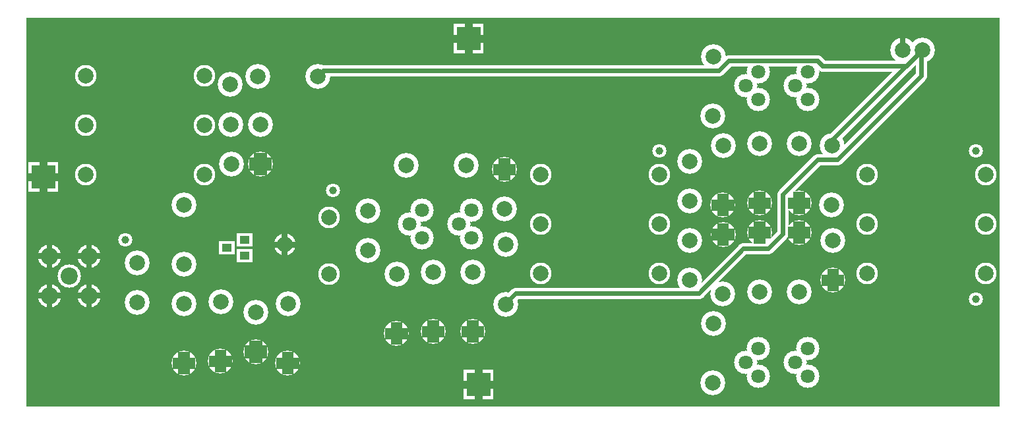
<source format=gbr>
%FSLAX34Y34*%
%MOMM*%
%LNCOPPER_TOP*%
G71*
G01*
%ADD10C,3.000*%
%ADD11C,3.200*%
%ADD12C,2.800*%
%ADD13C,2.800*%
%ADD14R,2.020X1.820*%
%ADD15C,1.800*%
%ADD16C,3.000*%
%ADD17C,1.400*%
%ADD18C,1.467*%
%ADD19C,0.667*%
%ADD20C,0.813*%
%ADD21C,0.767*%
%ADD22C,1.713*%
%ADD23C,0.733*%
%ADD24C,1.000*%
%ADD25C,1.800*%
%ADD26C,2.000*%
%ADD27C,2.000*%
%ADD28R,1.220X1.020*%
%ADD29C,1.000*%
%ADD30C,2.200*%
%ADD31C,0.600*%
%ADD32C,4.300*%
%LPD*%
G36*
X0Y500000D02*
X1250000Y500000D01*
X1250000Y0D01*
X0Y0D01*
X0Y500000D01*
G37*
%LPC*%
X939800Y430150D02*
G54D10*
D03*
X923900Y412575D02*
G54D10*
D03*
X939835Y394959D02*
G54D10*
D03*
X1003300Y430150D02*
G54D10*
D03*
X987400Y412575D02*
G54D10*
D03*
X1003335Y394959D02*
G54D10*
D03*
X939800Y74550D02*
G54D10*
D03*
X923900Y56975D02*
G54D10*
D03*
X939835Y39359D02*
G54D10*
D03*
X1003300Y74550D02*
G54D10*
D03*
X987400Y56975D02*
G54D10*
D03*
X1003335Y39359D02*
G54D10*
D03*
X941729Y261825D02*
G54D11*
D03*
X941779Y338075D02*
G54D11*
D03*
X941729Y147525D02*
G54D11*
D03*
X941779Y223775D02*
G54D11*
D03*
X992529Y261825D02*
G54D11*
D03*
X992579Y338075D02*
G54D11*
D03*
X992529Y147525D02*
G54D11*
D03*
X992579Y223775D02*
G54D11*
D03*
X894738Y259265D02*
G54D11*
D03*
X894788Y335515D02*
G54D11*
D03*
X894738Y144965D02*
G54D11*
D03*
X894788Y221215D02*
G54D11*
D03*
X882038Y30665D02*
G54D11*
D03*
X882088Y106915D02*
G54D11*
D03*
X882038Y373565D02*
G54D11*
D03*
X882088Y449815D02*
G54D11*
D03*
X851777Y315084D02*
G54D11*
D03*
X851777Y264284D02*
G54D11*
D03*
X851777Y213484D02*
G54D11*
D03*
X851777Y162684D02*
G54D11*
D03*
X1034438Y259265D02*
G54D11*
D03*
X1034488Y335515D02*
G54D11*
D03*
X1035927Y213484D02*
G54D11*
D03*
X1035927Y162684D02*
G54D11*
D03*
X894738Y259265D02*
G54D12*
D03*
X894788Y221215D02*
G54D12*
D03*
X941779Y223775D02*
G54D12*
D03*
X941729Y261825D02*
G54D12*
D03*
X992579Y223775D02*
G54D12*
D03*
X992529Y261825D02*
G54D12*
D03*
X1035927Y162684D02*
G54D12*
D03*
X660400Y298450D02*
G54D13*
D03*
X812800Y298450D02*
G54D13*
D03*
X660400Y171450D02*
G54D13*
D03*
X660400Y234950D02*
G54D13*
D03*
X812800Y234950D02*
G54D13*
D03*
X812800Y171450D02*
G54D13*
D03*
X1079500Y298450D02*
G54D13*
D03*
X1231900Y298450D02*
G54D13*
D03*
X1079500Y171450D02*
G54D13*
D03*
X1079500Y234950D02*
G54D13*
D03*
X1231900Y234950D02*
G54D13*
D03*
X1231900Y171450D02*
G54D13*
D03*
X660400Y234950D02*
G54D12*
D03*
X812800Y234950D02*
G54D12*
D03*
X1079500Y234950D02*
G54D12*
D03*
X1231900Y234950D02*
G54D12*
D03*
X1125675Y458125D02*
G54D11*
D03*
X1151175Y458125D02*
G54D11*
D03*
X508000Y252350D02*
G54D10*
D03*
X492100Y234775D02*
G54D10*
D03*
X508035Y217159D02*
G54D10*
D03*
X571500Y252350D02*
G54D10*
D03*
X555600Y234775D02*
G54D10*
D03*
X571535Y217159D02*
G54D10*
D03*
X522629Y96725D02*
G54D11*
D03*
X522679Y172975D02*
G54D11*
D03*
X573429Y96725D02*
G54D11*
D03*
X573479Y172975D02*
G54D11*
D03*
X475638Y94165D02*
G54D11*
D03*
X475688Y170415D02*
G54D11*
D03*
X475688Y170415D02*
G54D11*
D03*
X439027Y251584D02*
G54D11*
D03*
X439027Y200784D02*
G54D11*
D03*
X488348Y310139D02*
G54D11*
D03*
X564599Y310089D02*
G54D11*
D03*
X564599Y310089D02*
G54D11*
D03*
X615736Y208265D02*
G54D11*
D03*
X615686Y132015D02*
G54D11*
D03*
X614248Y254047D02*
G54D11*
D03*
X614248Y304847D02*
G54D11*
D03*
X614248Y304847D02*
G54D12*
D03*
X522629Y96725D02*
G54D12*
D03*
X573429Y96725D02*
G54D12*
D03*
X475638Y94165D02*
G54D12*
D03*
X257850Y204050D02*
G54D14*
D03*
X280750Y193850D02*
G54D14*
D03*
X280750Y214250D02*
G54D14*
D03*
X249579Y58625D02*
G54D11*
D03*
X249629Y134875D02*
G54D11*
D03*
X202588Y56065D02*
G54D11*
D03*
X202638Y132315D02*
G54D11*
D03*
X202638Y132315D02*
G54D11*
D03*
X249579Y58625D02*
G54D12*
D03*
X202588Y56065D02*
G54D12*
D03*
X389074Y170207D02*
G54D13*
D03*
X331924Y208307D02*
G54D13*
D03*
X389074Y243232D02*
G54D13*
D03*
X331924Y208307D02*
G54D13*
D03*
X294681Y121509D02*
G54D11*
D03*
X294793Y70528D02*
G54D11*
D03*
X294793Y70528D02*
G54D13*
D03*
X294793Y70528D02*
G54D13*
D03*
X263197Y311639D02*
G54D11*
D03*
X263085Y362620D02*
G54D11*
D03*
X301031Y362809D02*
G54D11*
D03*
X301143Y311828D02*
G54D11*
D03*
X301143Y311828D02*
G54D13*
D03*
X301143Y311828D02*
G54D13*
D03*
X202672Y259329D02*
G54D11*
D03*
X202622Y183079D02*
G54D11*
D03*
X202622Y183079D02*
G54D11*
D03*
X142281Y185009D02*
G54D11*
D03*
X142393Y134028D02*
G54D11*
D03*
X76200Y425450D02*
G54D13*
D03*
X228600Y425450D02*
G54D13*
D03*
X76200Y298450D02*
G54D13*
D03*
X76200Y361950D02*
G54D13*
D03*
X228600Y361950D02*
G54D13*
D03*
X228600Y298450D02*
G54D13*
D03*
X76200Y361950D02*
G54D12*
D03*
X228600Y361950D02*
G54D12*
D03*
X262303Y414266D02*
G54D11*
D03*
X335938Y56065D02*
G54D11*
D03*
X335988Y132315D02*
G54D11*
D03*
X335988Y132315D02*
G54D11*
D03*
X335938Y56065D02*
G54D12*
D03*
X393700Y277750D02*
G54D15*
D03*
X812800Y328550D02*
G54D15*
D03*
X1219200Y328550D02*
G54D15*
D03*
X1219200Y138050D02*
G54D15*
D03*
X29931Y193681D02*
G54D16*
D03*
X80731Y193681D02*
G54D16*
D03*
X55331Y168281D02*
G54D16*
D03*
X80731Y142881D02*
G54D16*
D03*
X29931Y142881D02*
G54D16*
D03*
X127000Y214250D02*
G54D15*
D03*
X297849Y424439D02*
G54D11*
D03*
X374098Y424389D02*
G54D11*
D03*
X374098Y424389D02*
G54D11*
D03*
G54D17*
X374098Y424389D02*
X374650Y425450D01*
X381000Y431800D01*
X889000Y431800D01*
X901700Y444500D01*
X1016000Y444500D01*
X1022350Y438150D01*
X1130300Y438150D01*
X1149350Y457200D01*
X1151175Y458125D01*
G54D17*
X615686Y132015D02*
X615950Y133350D01*
X628650Y146050D01*
X863600Y146050D01*
X920750Y203200D01*
X952500Y203200D01*
X971550Y222250D01*
X971550Y273050D01*
X1016000Y317500D01*
X1041400Y317500D01*
X1149350Y425450D01*
X1149350Y457200D01*
X1151175Y458125D01*
G54D17*
X1151175Y458125D02*
X1149350Y457200D01*
X1035050Y342900D01*
X1035050Y336550D01*
X1034488Y335515D01*
G36*
X3226Y314337D02*
X41226Y314337D01*
X41226Y276337D01*
X3226Y276337D01*
X3226Y314337D01*
G37*
G36*
X562026Y47637D02*
X600026Y47637D01*
X600026Y9637D01*
X562026Y9637D01*
X562026Y47637D01*
G37*
G36*
X549326Y492137D02*
X587326Y492137D01*
X587326Y454137D01*
X549326Y454137D01*
X549326Y492137D01*
G37*
%LPD*%
G54D18*
G36*
X887405Y259265D02*
X887405Y273765D01*
X902072Y273765D01*
X902072Y259265D01*
X887405Y259265D01*
G37*
G36*
X894738Y266599D02*
X909238Y266599D01*
X909238Y251932D01*
X894738Y251932D01*
X894738Y266599D01*
G37*
G36*
X902072Y259265D02*
X902072Y244765D01*
X887405Y244765D01*
X887405Y259265D01*
X902072Y259265D01*
G37*
G36*
X894738Y251932D02*
X880238Y251932D01*
X880238Y266599D01*
X894738Y266599D01*
X894738Y251932D01*
G37*
G54D18*
G36*
X887455Y221215D02*
X887455Y235715D01*
X902122Y235715D01*
X902122Y221215D01*
X887455Y221215D01*
G37*
G36*
X894788Y228549D02*
X909288Y228549D01*
X909288Y213882D01*
X894788Y213882D01*
X894788Y228549D01*
G37*
G36*
X902122Y221215D02*
X902122Y206715D01*
X887455Y206715D01*
X887455Y221215D01*
X902122Y221215D01*
G37*
G36*
X894788Y213882D02*
X880288Y213882D01*
X880288Y228549D01*
X894788Y228549D01*
X894788Y213882D01*
G37*
G54D18*
G36*
X934446Y223775D02*
X934446Y238275D01*
X949112Y238275D01*
X949112Y223775D01*
X934446Y223775D01*
G37*
G36*
X941779Y231108D02*
X956279Y231108D01*
X956279Y216442D01*
X941779Y216442D01*
X941779Y231108D01*
G37*
G36*
X949112Y223775D02*
X949112Y209275D01*
X934446Y209275D01*
X934446Y223775D01*
X949112Y223775D01*
G37*
G36*
X941779Y216442D02*
X927279Y216442D01*
X927279Y231108D01*
X941779Y231108D01*
X941779Y216442D01*
G37*
G54D18*
G36*
X934396Y261825D02*
X934396Y276325D01*
X949062Y276325D01*
X949062Y261825D01*
X934396Y261825D01*
G37*
G36*
X941729Y269158D02*
X956229Y269158D01*
X956229Y254492D01*
X941729Y254492D01*
X941729Y269158D01*
G37*
G36*
X949062Y261825D02*
X949062Y247325D01*
X934396Y247325D01*
X934396Y261825D01*
X949062Y261825D01*
G37*
G36*
X941729Y254492D02*
X927229Y254492D01*
X927229Y269158D01*
X941729Y269158D01*
X941729Y254492D01*
G37*
G54D18*
G36*
X985246Y223775D02*
X985246Y238275D01*
X999912Y238275D01*
X999912Y223775D01*
X985246Y223775D01*
G37*
G36*
X992579Y231108D02*
X1007079Y231108D01*
X1007079Y216442D01*
X992579Y216442D01*
X992579Y231108D01*
G37*
G36*
X999912Y223775D02*
X999912Y209275D01*
X985246Y209275D01*
X985246Y223775D01*
X999912Y223775D01*
G37*
G36*
X992579Y216442D02*
X978079Y216442D01*
X978079Y231108D01*
X992579Y231108D01*
X992579Y216442D01*
G37*
G54D18*
G36*
X985196Y261825D02*
X985196Y276325D01*
X999862Y276325D01*
X999862Y261825D01*
X985196Y261825D01*
G37*
G36*
X992529Y269158D02*
X1007029Y269158D01*
X1007029Y254492D01*
X992529Y254492D01*
X992529Y269158D01*
G37*
G36*
X999862Y261825D02*
X999862Y247325D01*
X985196Y247325D01*
X985196Y261825D01*
X999862Y261825D01*
G37*
G36*
X992529Y254492D02*
X978029Y254492D01*
X978029Y269158D01*
X992529Y269158D01*
X992529Y254492D01*
G37*
G54D18*
G36*
X1028593Y162684D02*
X1028593Y177184D01*
X1043260Y177184D01*
X1043260Y162684D01*
X1028593Y162684D01*
G37*
G36*
X1035927Y170017D02*
X1050427Y170017D01*
X1050427Y155350D01*
X1035927Y155350D01*
X1035927Y170017D01*
G37*
G36*
X1043260Y162684D02*
X1043260Y148184D01*
X1028593Y148184D01*
X1028593Y162684D01*
X1043260Y162684D01*
G37*
G36*
X1035927Y155350D02*
X1021427Y155350D01*
X1021427Y170017D01*
X1035927Y170017D01*
X1035927Y155350D01*
G37*
G54D19*
G36*
X1122342Y458125D02*
X1122342Y474625D01*
X1129008Y474625D01*
X1129008Y458125D01*
X1122342Y458125D01*
G37*
G54D20*
G54D18*
G36*
X621581Y304847D02*
X621581Y290347D01*
X606914Y290347D01*
X606914Y304847D01*
X621581Y304847D01*
G37*
G36*
X614248Y297514D02*
X599748Y297514D01*
X599748Y312180D01*
X614248Y312180D01*
X614248Y297514D01*
G37*
G36*
X606914Y304847D02*
X606914Y319347D01*
X621581Y319347D01*
X621581Y304847D01*
X606914Y304847D01*
G37*
G36*
X614248Y312180D02*
X628748Y312180D01*
X628748Y297514D01*
X614248Y297514D01*
X614248Y312180D01*
G37*
G54D18*
G36*
X515296Y96725D02*
X515296Y111225D01*
X529962Y111225D01*
X529962Y96725D01*
X515296Y96725D01*
G37*
G36*
X522629Y104058D02*
X537129Y104058D01*
X537129Y89392D01*
X522629Y89392D01*
X522629Y104058D01*
G37*
G36*
X529962Y96725D02*
X529962Y82225D01*
X515296Y82225D01*
X515296Y96725D01*
X529962Y96725D01*
G37*
G36*
X522629Y89392D02*
X508129Y89392D01*
X508129Y104058D01*
X522629Y104058D01*
X522629Y89392D01*
G37*
G54D18*
G36*
X566096Y96725D02*
X566096Y111225D01*
X580762Y111225D01*
X580762Y96725D01*
X566096Y96725D01*
G37*
G36*
X573429Y104058D02*
X587929Y104058D01*
X587929Y89392D01*
X573429Y89392D01*
X573429Y104058D01*
G37*
G36*
X580762Y96725D02*
X580762Y82225D01*
X566096Y82225D01*
X566096Y96725D01*
X580762Y96725D01*
G37*
G36*
X573429Y89392D02*
X558929Y89392D01*
X558929Y104058D01*
X573429Y104058D01*
X573429Y89392D01*
G37*
G54D18*
G36*
X468305Y94165D02*
X468305Y108665D01*
X482972Y108665D01*
X482972Y94165D01*
X468305Y94165D01*
G37*
G36*
X475638Y101499D02*
X490138Y101499D01*
X490138Y86832D01*
X475638Y86832D01*
X475638Y101499D01*
G37*
G36*
X482972Y94165D02*
X482972Y79665D01*
X468305Y79665D01*
X468305Y94165D01*
X482972Y94165D01*
G37*
G36*
X475638Y86832D02*
X461138Y86832D01*
X461138Y101499D01*
X475638Y101499D01*
X475638Y86832D01*
G37*
G54D18*
G36*
X242246Y58625D02*
X242246Y73125D01*
X256912Y73125D01*
X256912Y58625D01*
X242246Y58625D01*
G37*
G36*
X249579Y65958D02*
X264079Y65958D01*
X264079Y51292D01*
X249579Y51292D01*
X249579Y65958D01*
G37*
G36*
X256912Y58625D02*
X256912Y44125D01*
X242246Y44125D01*
X242246Y58625D01*
X256912Y58625D01*
G37*
G36*
X249579Y51292D02*
X235079Y51292D01*
X235079Y65958D01*
X249579Y65958D01*
X249579Y51292D01*
G37*
G54D18*
G36*
X195255Y56065D02*
X195255Y70565D01*
X209922Y70565D01*
X209922Y56065D01*
X195255Y56065D01*
G37*
G36*
X202588Y63399D02*
X217088Y63399D01*
X217088Y48732D01*
X202588Y48732D01*
X202588Y63399D01*
G37*
G36*
X209922Y56065D02*
X209922Y41565D01*
X195255Y41565D01*
X195255Y56065D01*
X209922Y56065D01*
G37*
G36*
X202588Y48732D02*
X188088Y48732D01*
X188088Y63399D01*
X202588Y63399D01*
X202588Y48732D01*
G37*
G54D21*
G36*
X331924Y212140D02*
X346424Y212140D01*
X346424Y204474D01*
X331924Y204474D01*
X331924Y212140D01*
G37*
G36*
X335758Y208307D02*
X335758Y193807D01*
X328091Y193807D01*
X328091Y208307D01*
X335758Y208307D01*
G37*
G36*
X331924Y204474D02*
X317424Y204474D01*
X317424Y212140D01*
X331924Y212140D01*
X331924Y204474D01*
G37*
G36*
X328091Y208307D02*
X328091Y222807D01*
X335758Y222807D01*
X335758Y208307D01*
X328091Y208307D01*
G37*
G54D21*
G36*
X290960Y70528D02*
X290960Y85028D01*
X298627Y85028D01*
X298627Y70528D01*
X290960Y70528D01*
G37*
G36*
X294793Y74361D02*
X309293Y74361D01*
X309293Y66695D01*
X294793Y66695D01*
X294793Y74361D01*
G37*
G36*
X298627Y70528D02*
X298627Y56028D01*
X290960Y56028D01*
X290960Y70528D01*
X298627Y70528D01*
G37*
G36*
X294793Y66695D02*
X280293Y66695D01*
X280293Y74361D01*
X294793Y74361D01*
X294793Y66695D01*
G37*
G54D22*
G36*
X286227Y70528D02*
X286227Y85028D01*
X303360Y85028D01*
X303360Y70528D01*
X286227Y70528D01*
G37*
G36*
X294793Y79095D02*
X309293Y79095D01*
X309293Y61961D01*
X294793Y61961D01*
X294793Y79095D01*
G37*
G36*
X303360Y70528D02*
X303360Y56028D01*
X286227Y56028D01*
X286227Y70528D01*
X303360Y70528D01*
G37*
G36*
X294793Y61961D02*
X280293Y61961D01*
X280293Y79095D01*
X294793Y79095D01*
X294793Y61961D01*
G37*
G54D21*
G36*
X297310Y311828D02*
X297310Y326328D01*
X304977Y326328D01*
X304977Y311828D01*
X297310Y311828D01*
G37*
G36*
X301143Y315661D02*
X315643Y315661D01*
X315643Y307995D01*
X301143Y307995D01*
X301143Y315661D01*
G37*
G36*
X304977Y311828D02*
X304977Y297328D01*
X297310Y297328D01*
X297310Y311828D01*
X304977Y311828D01*
G37*
G36*
X301143Y307995D02*
X286643Y307995D01*
X286643Y315661D01*
X301143Y315661D01*
X301143Y307995D01*
G37*
G54D22*
G36*
X292577Y311828D02*
X292577Y326328D01*
X309710Y326328D01*
X309710Y311828D01*
X292577Y311828D01*
G37*
G36*
X301143Y320395D02*
X315643Y320395D01*
X315643Y303261D01*
X301143Y303261D01*
X301143Y320395D01*
G37*
G36*
X309710Y311828D02*
X309710Y297328D01*
X292577Y297328D01*
X292577Y311828D01*
X309710Y311828D01*
G37*
G36*
X301143Y303261D02*
X286643Y303261D01*
X286643Y320395D01*
X301143Y320395D01*
X301143Y303261D01*
G37*
G54D18*
G36*
X328605Y56065D02*
X328605Y70565D01*
X343272Y70565D01*
X343272Y56065D01*
X328605Y56065D01*
G37*
G36*
X335938Y63399D02*
X350438Y63399D01*
X350438Y48732D01*
X335938Y48732D01*
X335938Y63399D01*
G37*
G36*
X343272Y56065D02*
X343272Y41565D01*
X328605Y41565D01*
X328605Y56065D01*
X343272Y56065D01*
G37*
G36*
X335938Y48732D02*
X321438Y48732D01*
X321438Y63399D01*
X335938Y63399D01*
X335938Y48732D01*
G37*
G54D23*
G36*
X26265Y193681D02*
X26265Y209181D01*
X33598Y209181D01*
X33598Y193681D01*
X26265Y193681D01*
G37*
G36*
X29931Y197348D02*
X45431Y197348D01*
X45431Y190015D01*
X29931Y190015D01*
X29931Y197348D01*
G37*
G36*
X33598Y193681D02*
X33598Y178181D01*
X26265Y178181D01*
X26265Y193681D01*
X33598Y193681D01*
G37*
G36*
X29931Y190015D02*
X14431Y190015D01*
X14431Y197348D01*
X29931Y197348D01*
X29931Y190015D01*
G37*
G54D23*
G36*
X77065Y193681D02*
X77065Y209181D01*
X84398Y209181D01*
X84398Y193681D01*
X77065Y193681D01*
G37*
G36*
X80731Y197348D02*
X96231Y197348D01*
X96231Y190015D01*
X80731Y190015D01*
X80731Y197348D01*
G37*
G36*
X84398Y193681D02*
X84398Y178181D01*
X77065Y178181D01*
X77065Y193681D01*
X84398Y193681D01*
G37*
G36*
X80731Y190015D02*
X65231Y190015D01*
X65231Y197348D01*
X80731Y197348D01*
X80731Y190015D01*
G37*
G54D23*
G36*
X77065Y142881D02*
X77065Y158381D01*
X84398Y158381D01*
X84398Y142881D01*
X77065Y142881D01*
G37*
G36*
X80731Y146548D02*
X96231Y146548D01*
X96231Y139215D01*
X80731Y139215D01*
X80731Y146548D01*
G37*
G36*
X84398Y142881D02*
X84398Y127381D01*
X77065Y127381D01*
X77065Y142881D01*
X84398Y142881D01*
G37*
G36*
X80731Y139215D02*
X65231Y139215D01*
X65231Y146548D01*
X80731Y146548D01*
X80731Y139215D01*
G37*
G54D23*
G36*
X26265Y142881D02*
X26265Y158381D01*
X33598Y158381D01*
X33598Y142881D01*
X26265Y142881D01*
G37*
G36*
X29931Y146548D02*
X45431Y146548D01*
X45431Y139215D01*
X29931Y139215D01*
X29931Y146548D01*
G37*
G36*
X33598Y142881D02*
X33598Y127381D01*
X26265Y127381D01*
X26265Y142881D01*
X33598Y142881D01*
G37*
G36*
X29931Y139215D02*
X14431Y139215D01*
X14431Y146548D01*
X29931Y146548D01*
X29931Y139215D01*
G37*
G54D24*
G36*
X17226Y295337D02*
X17226Y314837D01*
X27226Y314837D01*
X27226Y295337D01*
X17226Y295337D01*
G37*
G36*
X22226Y300337D02*
X41726Y300337D01*
X41726Y290337D01*
X22226Y290337D01*
X22226Y300337D01*
G37*
G36*
X27226Y295337D02*
X27226Y275837D01*
X17226Y275837D01*
X17226Y295337D01*
X27226Y295337D01*
G37*
G36*
X22226Y290337D02*
X2726Y290337D01*
X2726Y300337D01*
X22226Y300337D01*
X22226Y290337D01*
G37*
G54D24*
G36*
X576026Y28637D02*
X576026Y48137D01*
X586026Y48137D01*
X586026Y28637D01*
X576026Y28637D01*
G37*
G36*
X581026Y33637D02*
X600526Y33637D01*
X600526Y23637D01*
X581026Y23637D01*
X581026Y33637D01*
G37*
G36*
X586026Y28637D02*
X586026Y9137D01*
X576026Y9137D01*
X576026Y28637D01*
X586026Y28637D01*
G37*
G36*
X581026Y23637D02*
X561526Y23637D01*
X561526Y33637D01*
X581026Y33637D01*
X581026Y23637D01*
G37*
G54D24*
G36*
X563326Y473137D02*
X563326Y492637D01*
X573326Y492637D01*
X573326Y473137D01*
X563326Y473137D01*
G37*
G36*
X568326Y478137D02*
X587826Y478137D01*
X587826Y468137D01*
X568326Y468137D01*
X568326Y478137D01*
G37*
G36*
X573326Y473137D02*
X573326Y453637D01*
X563326Y453637D01*
X563326Y473137D01*
X573326Y473137D01*
G37*
G36*
X568326Y468137D02*
X548826Y468137D01*
X548826Y478137D01*
X568326Y478137D01*
X568326Y468137D01*
G37*
X939800Y430150D02*
G54D25*
D03*
X923900Y412575D02*
G54D25*
D03*
X939835Y394959D02*
G54D25*
D03*
X1003300Y430150D02*
G54D25*
D03*
X987400Y412575D02*
G54D25*
D03*
X1003335Y394959D02*
G54D25*
D03*
X939800Y74550D02*
G54D25*
D03*
X923900Y56975D02*
G54D25*
D03*
X939835Y39359D02*
G54D25*
D03*
X1003300Y74550D02*
G54D25*
D03*
X987400Y56975D02*
G54D25*
D03*
X1003335Y39359D02*
G54D25*
D03*
X941729Y261825D02*
G54D26*
D03*
X941779Y338075D02*
G54D26*
D03*
X941729Y147525D02*
G54D26*
D03*
X941779Y223775D02*
G54D26*
D03*
X992529Y261825D02*
G54D26*
D03*
X992579Y338075D02*
G54D26*
D03*
X992529Y147525D02*
G54D26*
D03*
X992579Y223775D02*
G54D26*
D03*
X894738Y259265D02*
G54D26*
D03*
X894788Y335515D02*
G54D26*
D03*
X894738Y144965D02*
G54D26*
D03*
X894788Y221215D02*
G54D26*
D03*
X882038Y30665D02*
G54D26*
D03*
X882088Y106915D02*
G54D26*
D03*
X882038Y373565D02*
G54D26*
D03*
X882088Y449815D02*
G54D26*
D03*
X851777Y315084D02*
G54D26*
D03*
X851777Y264284D02*
G54D26*
D03*
X851777Y213484D02*
G54D26*
D03*
X851777Y162684D02*
G54D26*
D03*
X1034438Y259265D02*
G54D26*
D03*
X1034488Y335515D02*
G54D26*
D03*
X1035927Y213484D02*
G54D26*
D03*
X1035927Y162684D02*
G54D26*
D03*
X894738Y259265D02*
G54D27*
D03*
X894788Y221215D02*
G54D27*
D03*
X941779Y223775D02*
G54D27*
D03*
X941729Y261825D02*
G54D27*
D03*
X992579Y223775D02*
G54D27*
D03*
X992529Y261825D02*
G54D27*
D03*
X1035927Y162684D02*
G54D27*
D03*
X660400Y298450D02*
G54D26*
D03*
X812800Y298450D02*
G54D26*
D03*
X660400Y171450D02*
G54D26*
D03*
X660400Y234950D02*
G54D26*
D03*
X812800Y234950D02*
G54D26*
D03*
X812800Y171450D02*
G54D26*
D03*
X1079500Y298450D02*
G54D26*
D03*
X1231900Y298450D02*
G54D26*
D03*
X1079500Y171450D02*
G54D26*
D03*
X1079500Y234950D02*
G54D26*
D03*
X1231900Y234950D02*
G54D26*
D03*
X1231900Y171450D02*
G54D26*
D03*
X660400Y234950D02*
G54D27*
D03*
X812800Y234950D02*
G54D27*
D03*
X1079500Y234950D02*
G54D27*
D03*
X1231900Y234950D02*
G54D27*
D03*
X1125675Y458125D02*
G54D26*
D03*
X1151175Y458125D02*
G54D26*
D03*
X508000Y252350D02*
G54D25*
D03*
X492100Y234775D02*
G54D25*
D03*
X508035Y217159D02*
G54D25*
D03*
X571500Y252350D02*
G54D25*
D03*
X555600Y234775D02*
G54D25*
D03*
X571535Y217159D02*
G54D25*
D03*
X522629Y96725D02*
G54D26*
D03*
X522679Y172975D02*
G54D26*
D03*
X573429Y96725D02*
G54D26*
D03*
X573479Y172975D02*
G54D26*
D03*
X475638Y94165D02*
G54D26*
D03*
X475688Y170415D02*
G54D26*
D03*
X475688Y170415D02*
G54D26*
D03*
X439027Y251584D02*
G54D26*
D03*
X439027Y200784D02*
G54D26*
D03*
X488348Y310139D02*
G54D26*
D03*
X564599Y310089D02*
G54D26*
D03*
X564599Y310089D02*
G54D26*
D03*
X615736Y208265D02*
G54D26*
D03*
X615686Y132015D02*
G54D26*
D03*
X614248Y254047D02*
G54D26*
D03*
X614248Y304847D02*
G54D26*
D03*
X614248Y304847D02*
G54D27*
D03*
X522629Y96725D02*
G54D27*
D03*
X573429Y96725D02*
G54D27*
D03*
X475638Y94165D02*
G54D27*
D03*
X257850Y204050D02*
G54D28*
D03*
X280750Y193850D02*
G54D28*
D03*
X280750Y214250D02*
G54D28*
D03*
X249579Y58625D02*
G54D26*
D03*
X249629Y134875D02*
G54D26*
D03*
X202588Y56065D02*
G54D26*
D03*
X202638Y132315D02*
G54D26*
D03*
X202638Y132315D02*
G54D26*
D03*
X249579Y58625D02*
G54D27*
D03*
X202588Y56065D02*
G54D27*
D03*
X389074Y170207D02*
G54D26*
D03*
X331924Y208307D02*
G54D26*
D03*
X389074Y243232D02*
G54D26*
D03*
X331924Y208307D02*
G54D26*
D03*
X294681Y121509D02*
G54D26*
D03*
X294793Y70528D02*
G54D26*
D03*
X294793Y70528D02*
G54D26*
D03*
X294793Y70528D02*
G54D26*
D03*
X263197Y311639D02*
G54D26*
D03*
X263085Y362620D02*
G54D26*
D03*
X301031Y362809D02*
G54D26*
D03*
X301143Y311828D02*
G54D26*
D03*
X301143Y311828D02*
G54D26*
D03*
X301143Y311828D02*
G54D26*
D03*
X202672Y259329D02*
G54D26*
D03*
X202622Y183079D02*
G54D26*
D03*
X202622Y183079D02*
G54D26*
D03*
X142281Y185009D02*
G54D26*
D03*
X142393Y134028D02*
G54D26*
D03*
X76200Y425450D02*
G54D26*
D03*
X228600Y425450D02*
G54D26*
D03*
X76200Y298450D02*
G54D26*
D03*
X76200Y361950D02*
G54D26*
D03*
X228600Y361950D02*
G54D26*
D03*
X228600Y298450D02*
G54D26*
D03*
X76200Y361950D02*
G54D27*
D03*
X228600Y361950D02*
G54D27*
D03*
X262303Y414266D02*
G54D26*
D03*
X335938Y56065D02*
G54D26*
D03*
X335988Y132315D02*
G54D26*
D03*
X335988Y132315D02*
G54D26*
D03*
X335938Y56065D02*
G54D27*
D03*
X393700Y277750D02*
G54D29*
D03*
X812800Y328550D02*
G54D29*
D03*
X1219200Y328550D02*
G54D29*
D03*
X1219200Y138050D02*
G54D29*
D03*
X29931Y193681D02*
G54D30*
D03*
X80731Y193681D02*
G54D30*
D03*
X55331Y168281D02*
G54D30*
D03*
X80731Y142881D02*
G54D30*
D03*
X29931Y142881D02*
G54D30*
D03*
X127000Y214250D02*
G54D29*
D03*
X297849Y424439D02*
G54D26*
D03*
X374098Y424389D02*
G54D26*
D03*
X374098Y424389D02*
G54D26*
D03*
G54D31*
X374098Y424389D02*
X374650Y425450D01*
X381000Y431800D01*
X889000Y431800D01*
X901700Y444500D01*
X1016000Y444500D01*
X1022350Y438150D01*
X1130300Y438150D01*
X1149350Y457200D01*
X1151175Y458125D01*
G54D31*
X615686Y132015D02*
X615950Y133350D01*
X628650Y146050D01*
X863600Y146050D01*
X920750Y203200D01*
X952500Y203200D01*
X971550Y222250D01*
X971550Y273050D01*
X1016000Y317500D01*
X1041400Y317500D01*
X1149350Y425450D01*
X1149350Y457200D01*
X1151175Y458125D01*
G54D31*
X1151175Y458125D02*
X1149350Y457200D01*
X1035050Y342900D01*
X1035050Y336550D01*
X1034488Y335515D01*
G36*
X7226Y310337D02*
X37226Y310337D01*
X37226Y280337D01*
X7226Y280337D01*
X7226Y310337D01*
G37*
X31750Y30100D02*
G54D32*
D03*
X31750Y474600D02*
G54D32*
D03*
X1212850Y461900D02*
G54D32*
D03*
X1212850Y30100D02*
G54D32*
D03*
G36*
X566026Y43637D02*
X596026Y43637D01*
X596026Y13637D01*
X566026Y13637D01*
X566026Y43637D01*
G37*
G36*
X553326Y488137D02*
X583326Y488137D01*
X583326Y458137D01*
X553326Y458137D01*
X553326Y488137D01*
G37*
M02*

</source>
